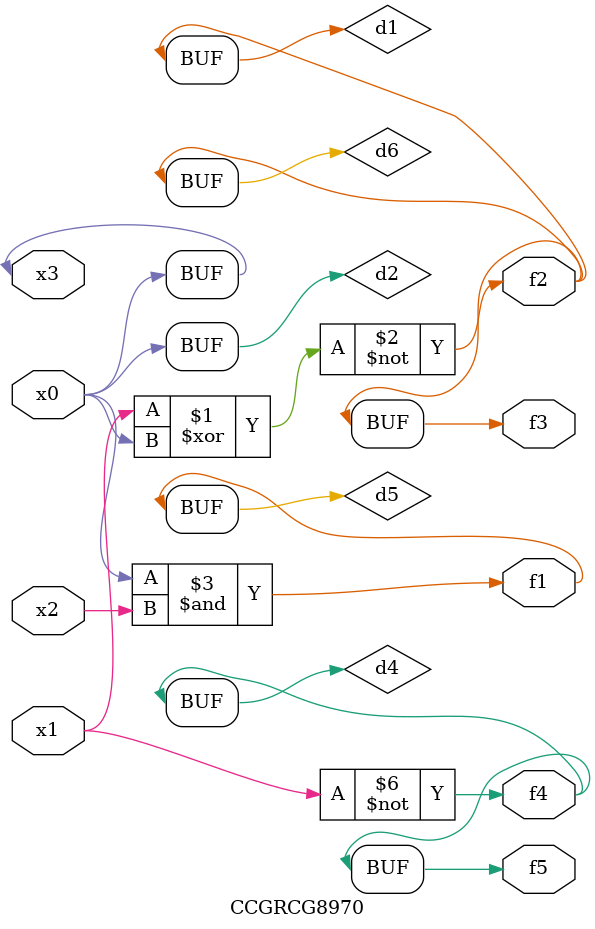
<source format=v>
module CCGRCG8970(
	input x0, x1, x2, x3,
	output f1, f2, f3, f4, f5
);

	wire d1, d2, d3, d4, d5, d6;

	xnor (d1, x1, x3);
	buf (d2, x0, x3);
	nand (d3, x0, x2);
	not (d4, x1);
	nand (d5, d3);
	or (d6, d1);
	assign f1 = d5;
	assign f2 = d6;
	assign f3 = d6;
	assign f4 = d4;
	assign f5 = d4;
endmodule

</source>
